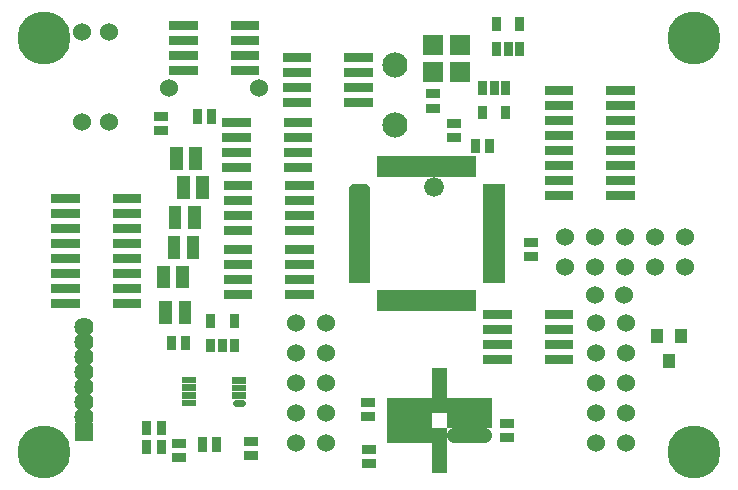
<source format=gbr>
G04 start of page 4 for group -4063 idx -4063
G04 Title: stribog.main_board, componentmask *
G04 Creator: pcb 20070208 *
G04 CreationDate: Sun Apr  6 09:45:45 2008 UTC *
G04 For: dti *
G04 Format: Gerber/RS-274X *
G04 PCB-Dimensions: 236220 157480 *
G04 PCB-Coordinate-Origin: lower left *
%MOIN*%
%FSLAX24Y24*%
%LNFRONTMASK*%
%ADD17C,0.0600*%
%ADD18R,0.0400X0.0400*%
%ADD24R,0.0640X0.0640*%
%ADD26R,0.0340X0.0340*%
%ADD35R,0.0500X0.0500*%
%ADD40C,0.0660*%
%ADD41C,0.0840*%
%ADD42C,0.0640*%
%ADD43C,0.1772*%
%ADD44R,0.0300X0.0300*%
%ADD45R,0.0700X0.0700*%
%ADD46R,0.0420X0.0420*%
%ADD47C,0.0340*%
%ADD48C,0.0500*%
%ADD49R,0.0220X0.0220*%
%ADD50C,0.0220*%
G54D40*X13976Y9803D03*
G54D41*X12677Y11889D03*
Y13889D03*
G54D17*X22362Y8149D03*
Y7149D03*
X21362Y8149D03*
Y7149D03*
X20362Y8149D03*
Y7149D03*
X19362Y8149D03*
Y7149D03*
X18362Y8149D03*
Y7149D03*
G54D42*X2322Y5153D03*
Y4653D03*
Y4153D03*
Y3653D03*
Y3153D03*
Y2653D03*
Y2153D03*
G54D24*Y1653D03*
G54D17*X10393Y1259D03*
X9393D03*
X10393Y2259D03*
X9393D03*
X10393Y3259D03*
X9393D03*
X10393Y4259D03*
Y5259D03*
X9393Y4259D03*
Y5259D03*
X20393Y1259D03*
X19393D03*
X20393Y2259D03*
X19393D03*
X20393Y3259D03*
X19393D03*
X20393Y4259D03*
X19393D03*
X20393Y5259D03*
X19393D03*
X19330Y6220D03*
X20315D03*
X2244Y14960D03*
Y11960D03*
X3149Y11968D03*
Y14968D03*
X8149Y13110D03*
X5149D03*
G54D43*X984Y984D03*
Y14763D03*
X22637Y984D03*
Y14763D03*
G54D44*X9082Y14135D02*X9732D01*
X9082Y13635D02*X9732D01*
X9082Y13135D02*X9732D01*
X9082Y12635D02*X9732D01*
X9125Y11970D02*X9775D01*
X11132Y12635D02*X11782D01*
X11132Y14135D02*X11782D01*
G54D45*X14850Y14548D03*
X13950D03*
G54D44*X11132Y13135D02*X11782D01*
X11132Y13635D02*X11782D01*
G54D45*X14850Y13648D03*
X13950D03*
G54D44*X13847Y12437D02*X14027D01*
X13847Y12917D02*X14027D01*
X14555Y11452D02*X14735D01*
X14555Y11932D02*X14735D01*
X19873Y9509D02*X20523D01*
X19873Y10009D02*X20523D01*
X19873Y12509D02*X20523D01*
X19873Y13009D02*X20523D01*
X19873Y10509D02*X20523D01*
X19873Y11009D02*X20523D01*
X19873Y11509D02*X20523D01*
X19873Y12009D02*X20523D01*
X17823Y13009D02*X18473D01*
X17823Y12509D02*X18473D01*
X17823Y12009D02*X18473D01*
X17823Y11509D02*X18473D01*
X17823Y11009D02*X18473D01*
X17823Y10509D02*X18473D01*
X15830Y11271D02*Y11091D01*
X15598Y12370D02*Y12210D01*
X16378Y12370D02*Y12210D01*
X17823Y10009D02*X18473D01*
X17823Y9509D02*X18473D01*
X16378Y13190D02*Y13030D01*
X15988Y13190D02*Y13030D01*
X15598Y13190D02*Y13030D01*
X16063Y15309D02*Y15149D01*
Y14489D02*Y14329D01*
X16843Y15309D02*Y15149D01*
X16453Y14489D02*Y14329D01*
X16843Y14489D02*Y14329D01*
X7114Y9844D02*X7764D01*
G54D46*X5624Y9973D02*Y9633D01*
X6264Y9973D02*Y9633D01*
X6028Y10918D02*Y10578D01*
G54D44*X7075Y10970D02*X7725D01*
X7075Y10470D02*X7725D01*
X9125D02*X9775D01*
X9125Y10970D02*X9775D01*
X9125Y11470D02*X9775D01*
X7075Y11970D02*X7725D01*
X7075Y11470D02*X7725D01*
G54D46*X5388Y10918D02*Y10578D01*
G54D44*X4791Y11689D02*X4971D01*
X4791Y12169D02*X4971D01*
X6098Y12255D02*Y12075D01*
X7353Y13698D02*X8003D01*
X7353Y14198D02*X8003D01*
X7353Y14698D02*X8003D01*
X7353Y15198D02*X8003D01*
X5303D02*X5953D01*
X5303Y14698D02*X5953D01*
X5303Y14198D02*X5953D01*
X5303Y13698D02*X5953D01*
X6578Y12255D02*Y12075D01*
X7114Y7718D02*X7764D01*
G54D46*X5349Y8949D02*Y8609D01*
X5989Y8949D02*Y8609D01*
X5309Y7965D02*Y7625D01*
X5949Y7965D02*Y7625D01*
G54D44*X7114Y7218D02*X7764D01*
X7114Y6718D02*X7764D01*
X7114Y6218D02*X7764D01*
G54D46*X5595Y6981D02*Y6641D01*
G54D44*X9164Y6218D02*X9814D01*
X9164Y6718D02*X9814D01*
X9164Y7218D02*X9814D01*
X7114Y9344D02*X7764D01*
X7114Y8844D02*X7764D01*
X7114Y8344D02*X7764D01*
X9164Y7718D02*X9814D01*
X9164Y8344D02*X9814D01*
X9164Y8844D02*X9814D01*
X9164Y9344D02*X9814D01*
X9164Y9844D02*X9814D01*
G54D47*X11315Y9730D02*X11685D01*
G54D26*X11315Y9533D02*X11685D01*
X11315Y9336D02*X11685D01*
X11315Y9139D02*X11685D01*
X11315Y8943D02*X11685D01*
X11315Y8746D02*X11685D01*
X11315Y8549D02*X11685D01*
X11315Y8352D02*X11685D01*
X11315Y8155D02*X11685D01*
X11315Y7958D02*X11685D01*
X11315Y7761D02*X11685D01*
X11315Y7565D02*X11685D01*
X11315Y7368D02*X11685D01*
X11315Y7171D02*X11685D01*
X11315Y6974D02*X11685D01*
X11315Y6777D02*X11685D01*
G54D44*X3416Y5927D02*X4066D01*
X3416Y6427D02*X4066D01*
X3416Y6927D02*X4066D01*
X3416Y7427D02*X4066D01*
X3416Y7927D02*X4066D01*
X3416Y8427D02*X4066D01*
X3416Y8927D02*X4066D01*
G54D46*X4955Y6981D02*Y6641D01*
G54D44*X3416Y9427D02*X4066D01*
X1366D02*X2016D01*
X1366Y8927D02*X2016D01*
X1366Y8427D02*X2016D01*
X1366Y7927D02*X2016D01*
X1366Y7427D02*X2016D01*
X1366Y6927D02*X2016D01*
X1366Y6427D02*X2016D01*
X1366Y5927D02*X2016D01*
X11681Y2161D02*X11861D01*
X11681Y2641D02*X11861D01*
X11721Y586D02*X11901D01*
X11721Y1066D02*X11901D01*
X16327Y1452D02*X16507D01*
X16327Y1932D02*X16507D01*
G54D35*X14654Y2538D02*X15654D01*
X14654Y2038D02*X15654D01*
G54D48*X14654Y1538D02*X15654D01*
G54D44*X15775Y4553D02*X16425D01*
X15775Y4053D02*X16425D01*
X17114Y7476D02*X17294D01*
X17114Y7956D02*X17294D01*
X15775Y5553D02*X16425D01*
X15775Y5053D02*X16425D01*
X17825Y4053D02*X18475D01*
X17825Y4553D02*X18475D01*
X17825Y5053D02*X18475D01*
X17825Y5553D02*X18475D01*
G54D18*X22204Y4872D02*Y4812D01*
X21424Y4872D02*Y4812D01*
X21814Y4052D02*Y3992D01*
G54D35*X14154Y3538D02*Y2538D01*
Y1538D02*Y538D01*
X12654Y2038D02*X13654D01*
X12654Y1538D02*X13654D01*
X12654Y2538D02*X13654D01*
G54D26*X15795Y6777D02*X16165D01*
X15795Y6974D02*X16165D01*
X15795Y7171D02*X16165D01*
X13446Y6200D02*Y5830D01*
X13643Y6200D02*Y5830D01*
X13840Y6200D02*Y5830D01*
X14037Y6200D02*Y5830D01*
X14234Y6200D02*Y5830D01*
X14431Y6200D02*Y5830D01*
X14627Y6200D02*Y5830D01*
X14824Y6200D02*Y5830D01*
X15021Y6200D02*Y5830D01*
X15218Y6200D02*Y5830D01*
X12265Y6200D02*Y5830D01*
X12462Y6200D02*Y5830D01*
X12659Y6200D02*Y5830D01*
X12856Y6200D02*Y5830D01*
X13053Y6200D02*Y5830D01*
X13249Y6200D02*Y5830D01*
X15795Y8155D02*X16165D01*
X15795Y8352D02*X16165D01*
X15795Y7368D02*X16165D01*
X15795Y7565D02*X16165D01*
X15795Y7761D02*X16165D01*
X15795Y7958D02*X16165D01*
X15795Y8549D02*X16165D01*
X15795Y8746D02*X16165D01*
X15795Y8943D02*X16165D01*
X15795Y9139D02*X16165D01*
X15795Y9336D02*X16165D01*
X15795Y9533D02*X16165D01*
X15795Y9730D02*X16165D01*
X15218Y10680D02*Y10310D01*
X15021Y10680D02*Y10310D01*
X14824Y10680D02*Y10310D01*
X14627Y10680D02*Y10310D01*
X14431Y10680D02*Y10310D01*
G54D44*X15350Y11271D02*Y11091D01*
G54D26*X14234Y10680D02*Y10310D01*
X14037Y10680D02*Y10310D01*
X13840Y10680D02*Y10310D01*
X13643Y10680D02*Y10310D01*
X13446Y10680D02*Y10310D01*
X13249Y10680D02*Y10310D01*
X13053Y10680D02*Y10310D01*
X12856Y10680D02*Y10310D01*
X12659Y10680D02*Y10310D01*
X12462Y10680D02*Y10310D01*
X12265Y10680D02*Y10310D01*
G54D44*X5382Y783D02*X5562D01*
X5382Y1263D02*X5562D01*
X4405Y1231D02*Y1051D01*
X4885Y1231D02*Y1051D01*
X4405Y1861D02*Y1681D01*
X4885Y1861D02*Y1681D01*
X6736Y1310D02*Y1130D01*
X6256Y1310D02*Y1130D01*
X7784Y1342D02*X7964D01*
X7784Y862D02*X7964D01*
X7315Y5427D02*Y5267D01*
Y4607D02*Y4447D01*
X6535Y5427D02*Y5267D01*
Y4607D02*Y4447D01*
X6925Y4607D02*Y4447D01*
G54D49*X5701Y3378D02*X5921D01*
X5701Y3118D02*X5921D01*
X5701Y2868D02*X5921D01*
X5701Y2608D02*X5921D01*
G54D50*X7371Y2598D02*X7591D01*
G54D49*X7371Y2858D02*X7591D01*
X7371Y3108D02*X7591D01*
X7371Y3368D02*X7591D01*
G54D44*X5232Y4696D02*Y4516D01*
X5712Y4696D02*Y4516D01*
G54D46*X5674Y5799D02*Y5459D01*
X5034Y5799D02*Y5459D01*
M02*

</source>
